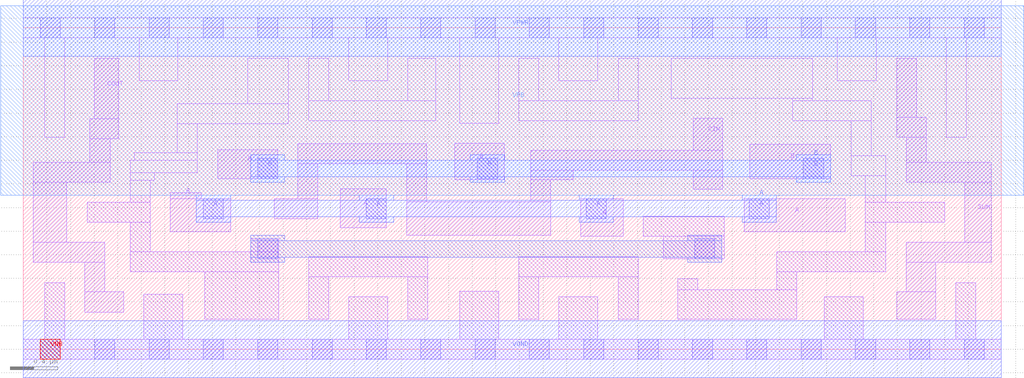
<source format=lef>
# Copyright 2020 The SkyWater PDK Authors
#
# Licensed under the Apache License, Version 2.0 (the "License");
# you may not use this file except in compliance with the License.
# You may obtain a copy of the License at
#
#     https://www.apache.org/licenses/LICENSE-2.0
#
# Unless required by applicable law or agreed to in writing, software
# distributed under the License is distributed on an "AS IS" BASIS,
# WITHOUT WARRANTIES OR CONDITIONS OF ANY KIND, either express or implied.
# See the License for the specific language governing permissions and
# limitations under the License.
#
# SPDX-License-Identifier: Apache-2.0

VERSION 5.7 ;
  NOWIREEXTENSIONATPIN ON ;
  DIVIDERCHAR "/" ;
  BUSBITCHARS "[]" ;
MACRO sky130_fd_sc_hd__fa_2
  CLASS CORE ;
  FOREIGN sky130_fd_sc_hd__fa_2 ;
  ORIGIN  0.000000  0.000000 ;
  SIZE  8.280000 BY  2.720000 ;
  SYMMETRY X Y R90 ;
  SITE unithd ;
  PIN A
    ANTENNAGATEAREA  0.631500 ;
    DIRECTION INPUT ;
    USE SIGNAL ;
    PORT
      LAYER li1 ;
        RECT 1.245000 0.995000 1.755000 1.275000 ;
        RECT 1.245000 1.275000 1.505000 1.325000 ;
      LAYER mcon ;
        RECT 1.525000 1.105000 1.695000 1.275000 ;
    END
    PORT
      LAYER li1 ;
        RECT 2.685000 1.030000 3.075000 1.360000 ;
      LAYER mcon ;
        RECT 2.905000 1.105000 3.075000 1.275000 ;
    END
    PORT
      LAYER li1 ;
        RECT 4.720000 0.955000 5.080000 1.275000 ;
      LAYER mcon ;
        RECT 4.765000 1.105000 4.935000 1.275000 ;
    END
    PORT
      LAYER li1 ;
        RECT 6.105000 0.995000 6.960000 1.275000 ;
      LAYER mcon ;
        RECT 6.145000 1.105000 6.315000 1.275000 ;
    END
    PORT
      LAYER met1 ;
        RECT 1.465000 1.075000 1.755000 1.120000 ;
        RECT 1.465000 1.120000 6.375000 1.260000 ;
        RECT 1.465000 1.260000 1.755000 1.305000 ;
        RECT 2.845000 1.075000 3.135000 1.120000 ;
        RECT 2.845000 1.260000 3.135000 1.305000 ;
        RECT 4.705000 1.075000 4.995000 1.120000 ;
        RECT 4.705000 1.260000 4.995000 1.305000 ;
        RECT 6.085000 1.075000 6.375000 1.120000 ;
        RECT 6.085000 1.260000 6.375000 1.305000 ;
    END
  END A
  PIN B
    ANTENNAGATEAREA  0.631500 ;
    DIRECTION INPUT ;
    USE SIGNAL ;
    PORT
      LAYER li1 ;
        RECT 1.645000 1.445000 2.155000 1.690000 ;
      LAYER mcon ;
        RECT 1.985000 1.445000 2.155000 1.615000 ;
    END
    PORT
      LAYER li1 ;
        RECT 3.655000 1.435000 4.070000 1.745000 ;
      LAYER mcon ;
        RECT 3.845000 1.445000 4.015000 1.615000 ;
    END
    PORT
      LAYER li1 ;
        RECT 6.150000 1.445000 6.835000 1.735000 ;
      LAYER mcon ;
        RECT 6.605000 1.445000 6.775000 1.615000 ;
    END
    PORT
      LAYER met1 ;
        RECT 1.925000 1.415000 2.215000 1.460000 ;
        RECT 1.925000 1.460000 6.835000 1.600000 ;
        RECT 1.925000 1.600000 2.215000 1.645000 ;
        RECT 3.785000 1.415000 4.075000 1.460000 ;
        RECT 3.785000 1.600000 4.075000 1.645000 ;
        RECT 6.545000 1.415000 6.835000 1.460000 ;
        RECT 6.545000 1.600000 6.835000 1.645000 ;
    END
  END B
  PIN CIN
    ANTENNAGATEAREA  0.475500 ;
    DIRECTION INPUT ;
    USE SIGNAL ;
    PORT
      LAYER li1 ;
        RECT 2.125000 1.105000 2.495000 1.275000 ;
        RECT 2.325000 1.275000 2.495000 1.570000 ;
        RECT 2.325000 1.570000 3.415000 1.740000 ;
        RECT 3.245000 0.965000 4.465000 1.250000 ;
        RECT 3.245000 1.250000 3.415000 1.570000 ;
        RECT 4.295000 1.250000 4.465000 1.435000 ;
        RECT 4.295000 1.435000 4.655000 1.515000 ;
        RECT 4.295000 1.515000 5.920000 1.685000 ;
        RECT 5.670000 1.355000 5.920000 1.515000 ;
        RECT 5.670000 1.685000 5.920000 1.955000 ;
    END
  END CIN
  PIN COUT
    ANTENNADIFFAREA  0.445500 ;
    DIRECTION OUTPUT ;
    USE SIGNAL ;
    PORT
      LAYER li1 ;
        RECT 0.085000 0.735000 0.690000 0.905000 ;
        RECT 0.085000 0.905000 0.370000 1.415000 ;
        RECT 0.085000 1.415000 0.735000 1.585000 ;
        RECT 0.520000 0.315000 0.850000 0.485000 ;
        RECT 0.520000 0.485000 0.690000 0.735000 ;
        RECT 0.565000 1.585000 0.735000 1.780000 ;
        RECT 0.565000 1.780000 0.810000 1.950000 ;
        RECT 0.600000 1.950000 0.810000 2.465000 ;
    END
  END COUT
  PIN SUM
    ANTENNADIFFAREA  0.523500 ;
    DIRECTION OUTPUT ;
    USE SIGNAL ;
    PORT
      LAYER li1 ;
        RECT 7.395000 0.255000 7.725000 0.485000 ;
        RECT 7.395000 1.795000 7.645000 1.965000 ;
        RECT 7.395000 1.965000 7.565000 2.465000 ;
        RECT 7.475000 0.485000 7.725000 0.735000 ;
        RECT 7.475000 0.735000 8.195000 0.905000 ;
        RECT 7.475000 1.415000 8.195000 1.585000 ;
        RECT 7.475000 1.585000 7.645000 1.795000 ;
        RECT 7.970000 0.905000 8.195000 1.415000 ;
    END
  END SUM
  PIN VNB
    PORT
      LAYER pwell ;
        RECT 0.145000 -0.085000 0.315000 0.085000 ;
    END
  END VNB
  PIN VPB
    PORT
      LAYER nwell ;
        RECT -0.190000 1.305000 8.470000 2.910000 ;
    END
  END VPB
  PIN VGND
    DIRECTION INOUT ;
    SHAPE ABUTMENT ;
    USE GROUND ;
    PORT
      LAYER met1 ;
        RECT 0.000000 -0.240000 8.280000 0.240000 ;
    END
  END VGND
  PIN VPWR
    DIRECTION INOUT ;
    SHAPE ABUTMENT ;
    USE POWER ;
    PORT
      LAYER met1 ;
        RECT 0.000000 2.480000 8.280000 2.960000 ;
    END
  END VPWR
  OBS
    LAYER li1 ;
      RECT 0.000000 -0.085000 8.280000 0.085000 ;
      RECT 0.000000  2.635000 8.280000 2.805000 ;
      RECT 0.180000  0.085000 0.350000 0.565000 ;
      RECT 0.180000  1.795000 0.350000 2.635000 ;
      RECT 0.540000  1.075000 1.075000 1.245000 ;
      RECT 0.905000  0.655000 2.165000 0.825000 ;
      RECT 0.905000  0.825000 1.075000 1.075000 ;
      RECT 0.905000  1.245000 1.075000 1.430000 ;
      RECT 0.905000  1.430000 1.110000 1.495000 ;
      RECT 0.905000  1.495000 1.475000 1.600000 ;
      RECT 0.940000  1.600000 1.475000 1.665000 ;
      RECT 0.980000  2.275000 1.310000 2.635000 ;
      RECT 1.020000  0.085000 1.350000 0.465000 ;
      RECT 1.305000  1.665000 1.475000 1.910000 ;
      RECT 1.305000  1.910000 2.245000 2.080000 ;
      RECT 1.535000  0.255000 2.165000 0.655000 ;
      RECT 1.900000  2.080000 2.245000 2.465000 ;
      RECT 1.925000  0.825000 2.165000 0.935000 ;
      RECT 2.415000  0.255000 2.585000 0.615000 ;
      RECT 2.415000  0.615000 3.425000 0.785000 ;
      RECT 2.415000  1.935000 3.490000 2.105000 ;
      RECT 2.415000  2.105000 2.585000 2.465000 ;
      RECT 2.755000  0.085000 3.085000 0.445000 ;
      RECT 2.755000  2.275000 3.085000 2.635000 ;
      RECT 3.255000  0.255000 3.425000 0.615000 ;
      RECT 3.255000  2.105000 3.490000 2.465000 ;
      RECT 3.695000  0.085000 4.025000 0.490000 ;
      RECT 3.695000  1.915000 4.025000 2.635000 ;
      RECT 4.195000  0.255000 4.365000 0.615000 ;
      RECT 4.195000  0.615000 5.205000 0.785000 ;
      RECT 4.195000  1.935000 5.205000 2.105000 ;
      RECT 4.195000  2.105000 4.365000 2.465000 ;
      RECT 4.535000  0.085000 4.865000 0.445000 ;
      RECT 4.535000  2.275000 4.865000 2.635000 ;
      RECT 5.035000  0.255000 5.205000 0.615000 ;
      RECT 5.035000  2.105000 5.205000 2.465000 ;
      RECT 5.250000  0.955000 5.935000 1.125000 ;
      RECT 5.420000  0.765000 5.935000 0.955000 ;
      RECT 5.485000  2.125000 6.685000 2.465000 ;
      RECT 5.540000  0.255000 6.550000 0.505000 ;
      RECT 5.540000  0.505000 5.710000 0.595000 ;
      RECT 6.380000  0.505000 6.550000 0.655000 ;
      RECT 6.380000  0.655000 7.300000 0.825000 ;
      RECT 6.515000  1.935000 7.180000 2.105000 ;
      RECT 6.515000  2.105000 6.685000 2.125000 ;
      RECT 6.780000  0.085000 7.110000 0.445000 ;
      RECT 6.890000  2.275000 7.220000 2.635000 ;
      RECT 7.010000  1.470000 7.300000 1.640000 ;
      RECT 7.010000  1.640000 7.180000 1.935000 ;
      RECT 7.130000  0.825000 7.300000 1.075000 ;
      RECT 7.130000  1.075000 7.800000 1.245000 ;
      RECT 7.130000  1.245000 7.300000 1.470000 ;
      RECT 7.815000  1.795000 7.985000 2.635000 ;
      RECT 7.895000  0.085000 8.065000 0.565000 ;
    LAYER mcon ;
      RECT 0.145000 -0.085000 0.315000 0.085000 ;
      RECT 0.145000  2.635000 0.315000 2.805000 ;
      RECT 0.605000 -0.085000 0.775000 0.085000 ;
      RECT 0.605000  2.635000 0.775000 2.805000 ;
      RECT 1.065000 -0.085000 1.235000 0.085000 ;
      RECT 1.065000  2.635000 1.235000 2.805000 ;
      RECT 1.525000 -0.085000 1.695000 0.085000 ;
      RECT 1.525000  2.635000 1.695000 2.805000 ;
      RECT 1.985000 -0.085000 2.155000 0.085000 ;
      RECT 1.985000  0.765000 2.155000 0.935000 ;
      RECT 1.985000  2.635000 2.155000 2.805000 ;
      RECT 2.445000 -0.085000 2.615000 0.085000 ;
      RECT 2.445000  2.635000 2.615000 2.805000 ;
      RECT 2.905000 -0.085000 3.075000 0.085000 ;
      RECT 2.905000  2.635000 3.075000 2.805000 ;
      RECT 3.365000 -0.085000 3.535000 0.085000 ;
      RECT 3.365000  2.635000 3.535000 2.805000 ;
      RECT 3.825000 -0.085000 3.995000 0.085000 ;
      RECT 3.825000  2.635000 3.995000 2.805000 ;
      RECT 4.285000 -0.085000 4.455000 0.085000 ;
      RECT 4.285000  2.635000 4.455000 2.805000 ;
      RECT 4.745000 -0.085000 4.915000 0.085000 ;
      RECT 4.745000  2.635000 4.915000 2.805000 ;
      RECT 5.205000 -0.085000 5.375000 0.085000 ;
      RECT 5.205000  2.635000 5.375000 2.805000 ;
      RECT 5.665000 -0.085000 5.835000 0.085000 ;
      RECT 5.665000  2.635000 5.835000 2.805000 ;
      RECT 5.685000  0.765000 5.855000 0.935000 ;
      RECT 6.125000 -0.085000 6.295000 0.085000 ;
      RECT 6.125000  2.635000 6.295000 2.805000 ;
      RECT 6.585000 -0.085000 6.755000 0.085000 ;
      RECT 6.585000  2.635000 6.755000 2.805000 ;
      RECT 7.045000 -0.085000 7.215000 0.085000 ;
      RECT 7.045000  2.635000 7.215000 2.805000 ;
      RECT 7.505000 -0.085000 7.675000 0.085000 ;
      RECT 7.505000  2.635000 7.675000 2.805000 ;
      RECT 7.965000 -0.085000 8.135000 0.085000 ;
      RECT 7.965000  2.635000 8.135000 2.805000 ;
    LAYER met1 ;
      RECT 1.925000 0.735000 2.215000 0.780000 ;
      RECT 1.925000 0.780000 5.915000 0.920000 ;
      RECT 1.925000 0.920000 2.215000 0.965000 ;
      RECT 5.625000 0.735000 5.915000 0.780000 ;
      RECT 5.625000 0.920000 5.915000 0.965000 ;
  END
END sky130_fd_sc_hd__fa_2
END LIBRARY

</source>
